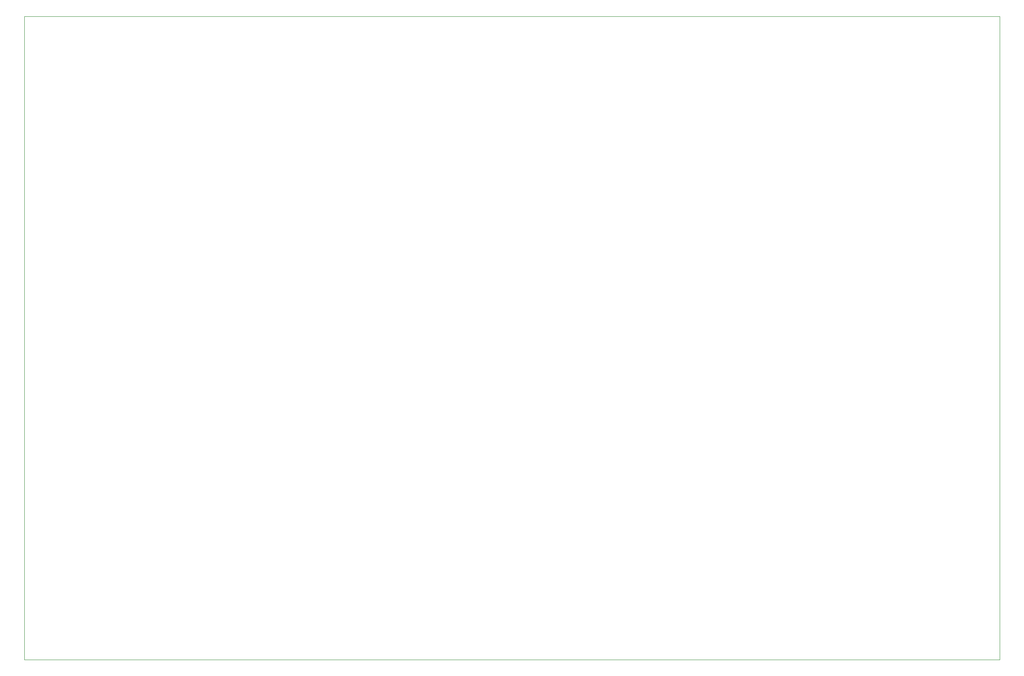
<source format=gm1>
%TF.GenerationSoftware,KiCad,Pcbnew,9.0.2*%
%TF.CreationDate,2025-10-03T13:51:35-05:00*%
%TF.ProjectId,PSEC5_Ctrl_Board,50534543-355f-4437-9472-6c5f426f6172,rev?*%
%TF.SameCoordinates,Original*%
%TF.FileFunction,Profile,NP*%
%FSLAX46Y46*%
G04 Gerber Fmt 4.6, Leading zero omitted, Abs format (unit mm)*
G04 Created by KiCad (PCBNEW 9.0.2) date 2025-10-03 13:51:35*
%MOMM*%
%LPD*%
G01*
G04 APERTURE LIST*
%TA.AperFunction,Profile*%
%ADD10C,0.050000*%
%TD*%
G04 APERTURE END LIST*
D10*
X62625000Y-38477000D02*
X259609000Y-38477000D01*
X259609000Y-168497000D01*
X62625000Y-168497000D01*
X62625000Y-38477000D01*
M02*

</source>
